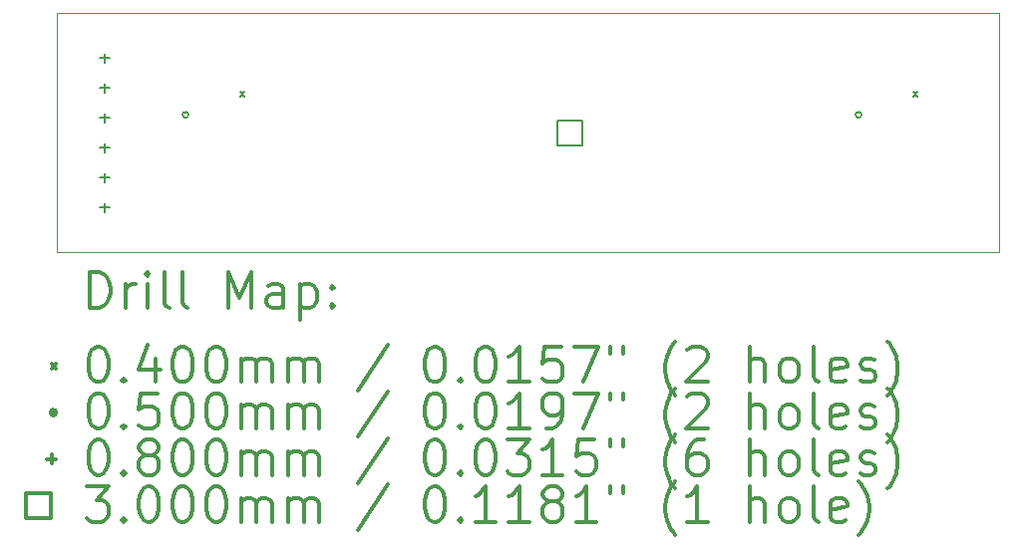
<source format=gbr>
%FSLAX45Y45*%
G04 Gerber Fmt 4.5, Leading zero omitted, Abs format (unit mm)*
G04 Created by KiCad (PCBNEW 5.1.10-88a1d61d58~88~ubuntu18.04.1) date 2021-09-30 10:17:41*
%MOMM*%
%LPD*%
G01*
G04 APERTURE LIST*
%TA.AperFunction,Profile*%
%ADD10C,0.100000*%
%TD*%
%ADD11C,0.200000*%
%ADD12C,0.300000*%
G04 APERTURE END LIST*
D10*
X10616200Y-5257800D02*
X10616200Y-7289800D01*
X2616200Y-5257800D02*
X10616200Y-5257800D01*
X2616200Y-7289800D02*
X2616200Y-5257800D01*
X10616200Y-7289800D02*
X2616200Y-7289800D01*
D11*
X4171000Y-5923600D02*
X4211000Y-5963600D01*
X4211000Y-5923600D02*
X4171000Y-5963600D01*
X9886000Y-5923600D02*
X9926000Y-5963600D01*
X9926000Y-5923600D02*
X9886000Y-5963600D01*
X3733400Y-6121400D02*
G75*
G03*
X3733400Y-6121400I-25000J0D01*
G01*
X9448400Y-6121400D02*
G75*
G03*
X9448400Y-6121400I-25000J0D01*
G01*
X3022600Y-5598800D02*
X3022600Y-5678800D01*
X2982600Y-5638800D02*
X3062600Y-5638800D01*
X3022600Y-5852800D02*
X3022600Y-5932800D01*
X2982600Y-5892800D02*
X3062600Y-5892800D01*
X3022600Y-6106800D02*
X3022600Y-6186800D01*
X2982600Y-6146800D02*
X3062600Y-6146800D01*
X3022600Y-6360800D02*
X3022600Y-6440800D01*
X2982600Y-6400800D02*
X3062600Y-6400800D01*
X3022600Y-6614800D02*
X3022600Y-6694800D01*
X2982600Y-6654800D02*
X3062600Y-6654800D01*
X3022600Y-6868800D02*
X3022600Y-6948800D01*
X2982600Y-6908800D02*
X3062600Y-6908800D01*
X7079367Y-6379867D02*
X7079367Y-6167733D01*
X6867233Y-6167733D01*
X6867233Y-6379867D01*
X7079367Y-6379867D01*
D12*
X2897628Y-7760514D02*
X2897628Y-7460514D01*
X2969057Y-7460514D01*
X3011914Y-7474800D01*
X3040486Y-7503371D01*
X3054771Y-7531943D01*
X3069057Y-7589086D01*
X3069057Y-7631943D01*
X3054771Y-7689086D01*
X3040486Y-7717657D01*
X3011914Y-7746229D01*
X2969057Y-7760514D01*
X2897628Y-7760514D01*
X3197628Y-7760514D02*
X3197628Y-7560514D01*
X3197628Y-7617657D02*
X3211914Y-7589086D01*
X3226200Y-7574800D01*
X3254771Y-7560514D01*
X3283343Y-7560514D01*
X3383343Y-7760514D02*
X3383343Y-7560514D01*
X3383343Y-7460514D02*
X3369057Y-7474800D01*
X3383343Y-7489086D01*
X3397628Y-7474800D01*
X3383343Y-7460514D01*
X3383343Y-7489086D01*
X3569057Y-7760514D02*
X3540486Y-7746229D01*
X3526200Y-7717657D01*
X3526200Y-7460514D01*
X3726200Y-7760514D02*
X3697628Y-7746229D01*
X3683343Y-7717657D01*
X3683343Y-7460514D01*
X4069057Y-7760514D02*
X4069057Y-7460514D01*
X4169057Y-7674800D01*
X4269057Y-7460514D01*
X4269057Y-7760514D01*
X4540486Y-7760514D02*
X4540486Y-7603371D01*
X4526200Y-7574800D01*
X4497628Y-7560514D01*
X4440486Y-7560514D01*
X4411914Y-7574800D01*
X4540486Y-7746229D02*
X4511914Y-7760514D01*
X4440486Y-7760514D01*
X4411914Y-7746229D01*
X4397628Y-7717657D01*
X4397628Y-7689086D01*
X4411914Y-7660514D01*
X4440486Y-7646229D01*
X4511914Y-7646229D01*
X4540486Y-7631943D01*
X4683343Y-7560514D02*
X4683343Y-7860514D01*
X4683343Y-7574800D02*
X4711914Y-7560514D01*
X4769057Y-7560514D01*
X4797628Y-7574800D01*
X4811914Y-7589086D01*
X4826200Y-7617657D01*
X4826200Y-7703371D01*
X4811914Y-7731943D01*
X4797628Y-7746229D01*
X4769057Y-7760514D01*
X4711914Y-7760514D01*
X4683343Y-7746229D01*
X4954771Y-7731943D02*
X4969057Y-7746229D01*
X4954771Y-7760514D01*
X4940486Y-7746229D01*
X4954771Y-7731943D01*
X4954771Y-7760514D01*
X4954771Y-7574800D02*
X4969057Y-7589086D01*
X4954771Y-7603371D01*
X4940486Y-7589086D01*
X4954771Y-7574800D01*
X4954771Y-7603371D01*
X2571200Y-8234800D02*
X2611200Y-8274800D01*
X2611200Y-8234800D02*
X2571200Y-8274800D01*
X2954771Y-8090514D02*
X2983343Y-8090514D01*
X3011914Y-8104800D01*
X3026200Y-8119086D01*
X3040486Y-8147657D01*
X3054771Y-8204800D01*
X3054771Y-8276229D01*
X3040486Y-8333371D01*
X3026200Y-8361943D01*
X3011914Y-8376229D01*
X2983343Y-8390514D01*
X2954771Y-8390514D01*
X2926200Y-8376229D01*
X2911914Y-8361943D01*
X2897628Y-8333371D01*
X2883343Y-8276229D01*
X2883343Y-8204800D01*
X2897628Y-8147657D01*
X2911914Y-8119086D01*
X2926200Y-8104800D01*
X2954771Y-8090514D01*
X3183343Y-8361943D02*
X3197628Y-8376229D01*
X3183343Y-8390514D01*
X3169057Y-8376229D01*
X3183343Y-8361943D01*
X3183343Y-8390514D01*
X3454771Y-8190514D02*
X3454771Y-8390514D01*
X3383343Y-8076229D02*
X3311914Y-8290514D01*
X3497628Y-8290514D01*
X3669057Y-8090514D02*
X3697628Y-8090514D01*
X3726200Y-8104800D01*
X3740486Y-8119086D01*
X3754771Y-8147657D01*
X3769057Y-8204800D01*
X3769057Y-8276229D01*
X3754771Y-8333371D01*
X3740486Y-8361943D01*
X3726200Y-8376229D01*
X3697628Y-8390514D01*
X3669057Y-8390514D01*
X3640486Y-8376229D01*
X3626200Y-8361943D01*
X3611914Y-8333371D01*
X3597628Y-8276229D01*
X3597628Y-8204800D01*
X3611914Y-8147657D01*
X3626200Y-8119086D01*
X3640486Y-8104800D01*
X3669057Y-8090514D01*
X3954771Y-8090514D02*
X3983343Y-8090514D01*
X4011914Y-8104800D01*
X4026200Y-8119086D01*
X4040486Y-8147657D01*
X4054771Y-8204800D01*
X4054771Y-8276229D01*
X4040486Y-8333371D01*
X4026200Y-8361943D01*
X4011914Y-8376229D01*
X3983343Y-8390514D01*
X3954771Y-8390514D01*
X3926200Y-8376229D01*
X3911914Y-8361943D01*
X3897628Y-8333371D01*
X3883343Y-8276229D01*
X3883343Y-8204800D01*
X3897628Y-8147657D01*
X3911914Y-8119086D01*
X3926200Y-8104800D01*
X3954771Y-8090514D01*
X4183343Y-8390514D02*
X4183343Y-8190514D01*
X4183343Y-8219086D02*
X4197628Y-8204800D01*
X4226200Y-8190514D01*
X4269057Y-8190514D01*
X4297628Y-8204800D01*
X4311914Y-8233371D01*
X4311914Y-8390514D01*
X4311914Y-8233371D02*
X4326200Y-8204800D01*
X4354771Y-8190514D01*
X4397628Y-8190514D01*
X4426200Y-8204800D01*
X4440486Y-8233371D01*
X4440486Y-8390514D01*
X4583343Y-8390514D02*
X4583343Y-8190514D01*
X4583343Y-8219086D02*
X4597628Y-8204800D01*
X4626200Y-8190514D01*
X4669057Y-8190514D01*
X4697628Y-8204800D01*
X4711914Y-8233371D01*
X4711914Y-8390514D01*
X4711914Y-8233371D02*
X4726200Y-8204800D01*
X4754771Y-8190514D01*
X4797628Y-8190514D01*
X4826200Y-8204800D01*
X4840486Y-8233371D01*
X4840486Y-8390514D01*
X5426200Y-8076229D02*
X5169057Y-8461943D01*
X5811914Y-8090514D02*
X5840486Y-8090514D01*
X5869057Y-8104800D01*
X5883343Y-8119086D01*
X5897628Y-8147657D01*
X5911914Y-8204800D01*
X5911914Y-8276229D01*
X5897628Y-8333371D01*
X5883343Y-8361943D01*
X5869057Y-8376229D01*
X5840486Y-8390514D01*
X5811914Y-8390514D01*
X5783343Y-8376229D01*
X5769057Y-8361943D01*
X5754771Y-8333371D01*
X5740486Y-8276229D01*
X5740486Y-8204800D01*
X5754771Y-8147657D01*
X5769057Y-8119086D01*
X5783343Y-8104800D01*
X5811914Y-8090514D01*
X6040486Y-8361943D02*
X6054771Y-8376229D01*
X6040486Y-8390514D01*
X6026200Y-8376229D01*
X6040486Y-8361943D01*
X6040486Y-8390514D01*
X6240486Y-8090514D02*
X6269057Y-8090514D01*
X6297628Y-8104800D01*
X6311914Y-8119086D01*
X6326200Y-8147657D01*
X6340486Y-8204800D01*
X6340486Y-8276229D01*
X6326200Y-8333371D01*
X6311914Y-8361943D01*
X6297628Y-8376229D01*
X6269057Y-8390514D01*
X6240486Y-8390514D01*
X6211914Y-8376229D01*
X6197628Y-8361943D01*
X6183343Y-8333371D01*
X6169057Y-8276229D01*
X6169057Y-8204800D01*
X6183343Y-8147657D01*
X6197628Y-8119086D01*
X6211914Y-8104800D01*
X6240486Y-8090514D01*
X6626200Y-8390514D02*
X6454771Y-8390514D01*
X6540486Y-8390514D02*
X6540486Y-8090514D01*
X6511914Y-8133371D01*
X6483343Y-8161943D01*
X6454771Y-8176229D01*
X6897628Y-8090514D02*
X6754771Y-8090514D01*
X6740486Y-8233371D01*
X6754771Y-8219086D01*
X6783343Y-8204800D01*
X6854771Y-8204800D01*
X6883343Y-8219086D01*
X6897628Y-8233371D01*
X6911914Y-8261943D01*
X6911914Y-8333371D01*
X6897628Y-8361943D01*
X6883343Y-8376229D01*
X6854771Y-8390514D01*
X6783343Y-8390514D01*
X6754771Y-8376229D01*
X6740486Y-8361943D01*
X7011914Y-8090514D02*
X7211914Y-8090514D01*
X7083343Y-8390514D01*
X7311914Y-8090514D02*
X7311914Y-8147657D01*
X7426200Y-8090514D02*
X7426200Y-8147657D01*
X7869057Y-8504800D02*
X7854771Y-8490514D01*
X7826200Y-8447657D01*
X7811914Y-8419086D01*
X7797628Y-8376229D01*
X7783343Y-8304800D01*
X7783343Y-8247657D01*
X7797628Y-8176229D01*
X7811914Y-8133371D01*
X7826200Y-8104800D01*
X7854771Y-8061943D01*
X7869057Y-8047657D01*
X7969057Y-8119086D02*
X7983343Y-8104800D01*
X8011914Y-8090514D01*
X8083343Y-8090514D01*
X8111914Y-8104800D01*
X8126200Y-8119086D01*
X8140486Y-8147657D01*
X8140486Y-8176229D01*
X8126200Y-8219086D01*
X7954771Y-8390514D01*
X8140486Y-8390514D01*
X8497628Y-8390514D02*
X8497628Y-8090514D01*
X8626200Y-8390514D02*
X8626200Y-8233371D01*
X8611914Y-8204800D01*
X8583343Y-8190514D01*
X8540486Y-8190514D01*
X8511914Y-8204800D01*
X8497628Y-8219086D01*
X8811914Y-8390514D02*
X8783343Y-8376229D01*
X8769057Y-8361943D01*
X8754771Y-8333371D01*
X8754771Y-8247657D01*
X8769057Y-8219086D01*
X8783343Y-8204800D01*
X8811914Y-8190514D01*
X8854771Y-8190514D01*
X8883343Y-8204800D01*
X8897628Y-8219086D01*
X8911914Y-8247657D01*
X8911914Y-8333371D01*
X8897628Y-8361943D01*
X8883343Y-8376229D01*
X8854771Y-8390514D01*
X8811914Y-8390514D01*
X9083343Y-8390514D02*
X9054771Y-8376229D01*
X9040486Y-8347657D01*
X9040486Y-8090514D01*
X9311914Y-8376229D02*
X9283343Y-8390514D01*
X9226200Y-8390514D01*
X9197628Y-8376229D01*
X9183343Y-8347657D01*
X9183343Y-8233371D01*
X9197628Y-8204800D01*
X9226200Y-8190514D01*
X9283343Y-8190514D01*
X9311914Y-8204800D01*
X9326200Y-8233371D01*
X9326200Y-8261943D01*
X9183343Y-8290514D01*
X9440486Y-8376229D02*
X9469057Y-8390514D01*
X9526200Y-8390514D01*
X9554771Y-8376229D01*
X9569057Y-8347657D01*
X9569057Y-8333371D01*
X9554771Y-8304800D01*
X9526200Y-8290514D01*
X9483343Y-8290514D01*
X9454771Y-8276229D01*
X9440486Y-8247657D01*
X9440486Y-8233371D01*
X9454771Y-8204800D01*
X9483343Y-8190514D01*
X9526200Y-8190514D01*
X9554771Y-8204800D01*
X9669057Y-8504800D02*
X9683343Y-8490514D01*
X9711914Y-8447657D01*
X9726200Y-8419086D01*
X9740486Y-8376229D01*
X9754771Y-8304800D01*
X9754771Y-8247657D01*
X9740486Y-8176229D01*
X9726200Y-8133371D01*
X9711914Y-8104800D01*
X9683343Y-8061943D01*
X9669057Y-8047657D01*
X2611200Y-8650800D02*
G75*
G03*
X2611200Y-8650800I-25000J0D01*
G01*
X2954771Y-8486514D02*
X2983343Y-8486514D01*
X3011914Y-8500800D01*
X3026200Y-8515086D01*
X3040486Y-8543657D01*
X3054771Y-8600800D01*
X3054771Y-8672229D01*
X3040486Y-8729372D01*
X3026200Y-8757943D01*
X3011914Y-8772229D01*
X2983343Y-8786514D01*
X2954771Y-8786514D01*
X2926200Y-8772229D01*
X2911914Y-8757943D01*
X2897628Y-8729372D01*
X2883343Y-8672229D01*
X2883343Y-8600800D01*
X2897628Y-8543657D01*
X2911914Y-8515086D01*
X2926200Y-8500800D01*
X2954771Y-8486514D01*
X3183343Y-8757943D02*
X3197628Y-8772229D01*
X3183343Y-8786514D01*
X3169057Y-8772229D01*
X3183343Y-8757943D01*
X3183343Y-8786514D01*
X3469057Y-8486514D02*
X3326200Y-8486514D01*
X3311914Y-8629372D01*
X3326200Y-8615086D01*
X3354771Y-8600800D01*
X3426200Y-8600800D01*
X3454771Y-8615086D01*
X3469057Y-8629372D01*
X3483343Y-8657943D01*
X3483343Y-8729372D01*
X3469057Y-8757943D01*
X3454771Y-8772229D01*
X3426200Y-8786514D01*
X3354771Y-8786514D01*
X3326200Y-8772229D01*
X3311914Y-8757943D01*
X3669057Y-8486514D02*
X3697628Y-8486514D01*
X3726200Y-8500800D01*
X3740486Y-8515086D01*
X3754771Y-8543657D01*
X3769057Y-8600800D01*
X3769057Y-8672229D01*
X3754771Y-8729372D01*
X3740486Y-8757943D01*
X3726200Y-8772229D01*
X3697628Y-8786514D01*
X3669057Y-8786514D01*
X3640486Y-8772229D01*
X3626200Y-8757943D01*
X3611914Y-8729372D01*
X3597628Y-8672229D01*
X3597628Y-8600800D01*
X3611914Y-8543657D01*
X3626200Y-8515086D01*
X3640486Y-8500800D01*
X3669057Y-8486514D01*
X3954771Y-8486514D02*
X3983343Y-8486514D01*
X4011914Y-8500800D01*
X4026200Y-8515086D01*
X4040486Y-8543657D01*
X4054771Y-8600800D01*
X4054771Y-8672229D01*
X4040486Y-8729372D01*
X4026200Y-8757943D01*
X4011914Y-8772229D01*
X3983343Y-8786514D01*
X3954771Y-8786514D01*
X3926200Y-8772229D01*
X3911914Y-8757943D01*
X3897628Y-8729372D01*
X3883343Y-8672229D01*
X3883343Y-8600800D01*
X3897628Y-8543657D01*
X3911914Y-8515086D01*
X3926200Y-8500800D01*
X3954771Y-8486514D01*
X4183343Y-8786514D02*
X4183343Y-8586514D01*
X4183343Y-8615086D02*
X4197628Y-8600800D01*
X4226200Y-8586514D01*
X4269057Y-8586514D01*
X4297628Y-8600800D01*
X4311914Y-8629372D01*
X4311914Y-8786514D01*
X4311914Y-8629372D02*
X4326200Y-8600800D01*
X4354771Y-8586514D01*
X4397628Y-8586514D01*
X4426200Y-8600800D01*
X4440486Y-8629372D01*
X4440486Y-8786514D01*
X4583343Y-8786514D02*
X4583343Y-8586514D01*
X4583343Y-8615086D02*
X4597628Y-8600800D01*
X4626200Y-8586514D01*
X4669057Y-8586514D01*
X4697628Y-8600800D01*
X4711914Y-8629372D01*
X4711914Y-8786514D01*
X4711914Y-8629372D02*
X4726200Y-8600800D01*
X4754771Y-8586514D01*
X4797628Y-8586514D01*
X4826200Y-8600800D01*
X4840486Y-8629372D01*
X4840486Y-8786514D01*
X5426200Y-8472229D02*
X5169057Y-8857943D01*
X5811914Y-8486514D02*
X5840486Y-8486514D01*
X5869057Y-8500800D01*
X5883343Y-8515086D01*
X5897628Y-8543657D01*
X5911914Y-8600800D01*
X5911914Y-8672229D01*
X5897628Y-8729372D01*
X5883343Y-8757943D01*
X5869057Y-8772229D01*
X5840486Y-8786514D01*
X5811914Y-8786514D01*
X5783343Y-8772229D01*
X5769057Y-8757943D01*
X5754771Y-8729372D01*
X5740486Y-8672229D01*
X5740486Y-8600800D01*
X5754771Y-8543657D01*
X5769057Y-8515086D01*
X5783343Y-8500800D01*
X5811914Y-8486514D01*
X6040486Y-8757943D02*
X6054771Y-8772229D01*
X6040486Y-8786514D01*
X6026200Y-8772229D01*
X6040486Y-8757943D01*
X6040486Y-8786514D01*
X6240486Y-8486514D02*
X6269057Y-8486514D01*
X6297628Y-8500800D01*
X6311914Y-8515086D01*
X6326200Y-8543657D01*
X6340486Y-8600800D01*
X6340486Y-8672229D01*
X6326200Y-8729372D01*
X6311914Y-8757943D01*
X6297628Y-8772229D01*
X6269057Y-8786514D01*
X6240486Y-8786514D01*
X6211914Y-8772229D01*
X6197628Y-8757943D01*
X6183343Y-8729372D01*
X6169057Y-8672229D01*
X6169057Y-8600800D01*
X6183343Y-8543657D01*
X6197628Y-8515086D01*
X6211914Y-8500800D01*
X6240486Y-8486514D01*
X6626200Y-8786514D02*
X6454771Y-8786514D01*
X6540486Y-8786514D02*
X6540486Y-8486514D01*
X6511914Y-8529372D01*
X6483343Y-8557943D01*
X6454771Y-8572229D01*
X6769057Y-8786514D02*
X6826200Y-8786514D01*
X6854771Y-8772229D01*
X6869057Y-8757943D01*
X6897628Y-8715086D01*
X6911914Y-8657943D01*
X6911914Y-8543657D01*
X6897628Y-8515086D01*
X6883343Y-8500800D01*
X6854771Y-8486514D01*
X6797628Y-8486514D01*
X6769057Y-8500800D01*
X6754771Y-8515086D01*
X6740486Y-8543657D01*
X6740486Y-8615086D01*
X6754771Y-8643657D01*
X6769057Y-8657943D01*
X6797628Y-8672229D01*
X6854771Y-8672229D01*
X6883343Y-8657943D01*
X6897628Y-8643657D01*
X6911914Y-8615086D01*
X7011914Y-8486514D02*
X7211914Y-8486514D01*
X7083343Y-8786514D01*
X7311914Y-8486514D02*
X7311914Y-8543657D01*
X7426200Y-8486514D02*
X7426200Y-8543657D01*
X7869057Y-8900800D02*
X7854771Y-8886514D01*
X7826200Y-8843657D01*
X7811914Y-8815086D01*
X7797628Y-8772229D01*
X7783343Y-8700800D01*
X7783343Y-8643657D01*
X7797628Y-8572229D01*
X7811914Y-8529372D01*
X7826200Y-8500800D01*
X7854771Y-8457943D01*
X7869057Y-8443657D01*
X7969057Y-8515086D02*
X7983343Y-8500800D01*
X8011914Y-8486514D01*
X8083343Y-8486514D01*
X8111914Y-8500800D01*
X8126200Y-8515086D01*
X8140486Y-8543657D01*
X8140486Y-8572229D01*
X8126200Y-8615086D01*
X7954771Y-8786514D01*
X8140486Y-8786514D01*
X8497628Y-8786514D02*
X8497628Y-8486514D01*
X8626200Y-8786514D02*
X8626200Y-8629372D01*
X8611914Y-8600800D01*
X8583343Y-8586514D01*
X8540486Y-8586514D01*
X8511914Y-8600800D01*
X8497628Y-8615086D01*
X8811914Y-8786514D02*
X8783343Y-8772229D01*
X8769057Y-8757943D01*
X8754771Y-8729372D01*
X8754771Y-8643657D01*
X8769057Y-8615086D01*
X8783343Y-8600800D01*
X8811914Y-8586514D01*
X8854771Y-8586514D01*
X8883343Y-8600800D01*
X8897628Y-8615086D01*
X8911914Y-8643657D01*
X8911914Y-8729372D01*
X8897628Y-8757943D01*
X8883343Y-8772229D01*
X8854771Y-8786514D01*
X8811914Y-8786514D01*
X9083343Y-8786514D02*
X9054771Y-8772229D01*
X9040486Y-8743657D01*
X9040486Y-8486514D01*
X9311914Y-8772229D02*
X9283343Y-8786514D01*
X9226200Y-8786514D01*
X9197628Y-8772229D01*
X9183343Y-8743657D01*
X9183343Y-8629372D01*
X9197628Y-8600800D01*
X9226200Y-8586514D01*
X9283343Y-8586514D01*
X9311914Y-8600800D01*
X9326200Y-8629372D01*
X9326200Y-8657943D01*
X9183343Y-8686514D01*
X9440486Y-8772229D02*
X9469057Y-8786514D01*
X9526200Y-8786514D01*
X9554771Y-8772229D01*
X9569057Y-8743657D01*
X9569057Y-8729372D01*
X9554771Y-8700800D01*
X9526200Y-8686514D01*
X9483343Y-8686514D01*
X9454771Y-8672229D01*
X9440486Y-8643657D01*
X9440486Y-8629372D01*
X9454771Y-8600800D01*
X9483343Y-8586514D01*
X9526200Y-8586514D01*
X9554771Y-8600800D01*
X9669057Y-8900800D02*
X9683343Y-8886514D01*
X9711914Y-8843657D01*
X9726200Y-8815086D01*
X9740486Y-8772229D01*
X9754771Y-8700800D01*
X9754771Y-8643657D01*
X9740486Y-8572229D01*
X9726200Y-8529372D01*
X9711914Y-8500800D01*
X9683343Y-8457943D01*
X9669057Y-8443657D01*
X2571200Y-9006800D02*
X2571200Y-9086800D01*
X2531200Y-9046800D02*
X2611200Y-9046800D01*
X2954771Y-8882514D02*
X2983343Y-8882514D01*
X3011914Y-8896800D01*
X3026200Y-8911086D01*
X3040486Y-8939657D01*
X3054771Y-8996800D01*
X3054771Y-9068229D01*
X3040486Y-9125372D01*
X3026200Y-9153943D01*
X3011914Y-9168229D01*
X2983343Y-9182514D01*
X2954771Y-9182514D01*
X2926200Y-9168229D01*
X2911914Y-9153943D01*
X2897628Y-9125372D01*
X2883343Y-9068229D01*
X2883343Y-8996800D01*
X2897628Y-8939657D01*
X2911914Y-8911086D01*
X2926200Y-8896800D01*
X2954771Y-8882514D01*
X3183343Y-9153943D02*
X3197628Y-9168229D01*
X3183343Y-9182514D01*
X3169057Y-9168229D01*
X3183343Y-9153943D01*
X3183343Y-9182514D01*
X3369057Y-9011086D02*
X3340486Y-8996800D01*
X3326200Y-8982514D01*
X3311914Y-8953943D01*
X3311914Y-8939657D01*
X3326200Y-8911086D01*
X3340486Y-8896800D01*
X3369057Y-8882514D01*
X3426200Y-8882514D01*
X3454771Y-8896800D01*
X3469057Y-8911086D01*
X3483343Y-8939657D01*
X3483343Y-8953943D01*
X3469057Y-8982514D01*
X3454771Y-8996800D01*
X3426200Y-9011086D01*
X3369057Y-9011086D01*
X3340486Y-9025372D01*
X3326200Y-9039657D01*
X3311914Y-9068229D01*
X3311914Y-9125372D01*
X3326200Y-9153943D01*
X3340486Y-9168229D01*
X3369057Y-9182514D01*
X3426200Y-9182514D01*
X3454771Y-9168229D01*
X3469057Y-9153943D01*
X3483343Y-9125372D01*
X3483343Y-9068229D01*
X3469057Y-9039657D01*
X3454771Y-9025372D01*
X3426200Y-9011086D01*
X3669057Y-8882514D02*
X3697628Y-8882514D01*
X3726200Y-8896800D01*
X3740486Y-8911086D01*
X3754771Y-8939657D01*
X3769057Y-8996800D01*
X3769057Y-9068229D01*
X3754771Y-9125372D01*
X3740486Y-9153943D01*
X3726200Y-9168229D01*
X3697628Y-9182514D01*
X3669057Y-9182514D01*
X3640486Y-9168229D01*
X3626200Y-9153943D01*
X3611914Y-9125372D01*
X3597628Y-9068229D01*
X3597628Y-8996800D01*
X3611914Y-8939657D01*
X3626200Y-8911086D01*
X3640486Y-8896800D01*
X3669057Y-8882514D01*
X3954771Y-8882514D02*
X3983343Y-8882514D01*
X4011914Y-8896800D01*
X4026200Y-8911086D01*
X4040486Y-8939657D01*
X4054771Y-8996800D01*
X4054771Y-9068229D01*
X4040486Y-9125372D01*
X4026200Y-9153943D01*
X4011914Y-9168229D01*
X3983343Y-9182514D01*
X3954771Y-9182514D01*
X3926200Y-9168229D01*
X3911914Y-9153943D01*
X3897628Y-9125372D01*
X3883343Y-9068229D01*
X3883343Y-8996800D01*
X3897628Y-8939657D01*
X3911914Y-8911086D01*
X3926200Y-8896800D01*
X3954771Y-8882514D01*
X4183343Y-9182514D02*
X4183343Y-8982514D01*
X4183343Y-9011086D02*
X4197628Y-8996800D01*
X4226200Y-8982514D01*
X4269057Y-8982514D01*
X4297628Y-8996800D01*
X4311914Y-9025372D01*
X4311914Y-9182514D01*
X4311914Y-9025372D02*
X4326200Y-8996800D01*
X4354771Y-8982514D01*
X4397628Y-8982514D01*
X4426200Y-8996800D01*
X4440486Y-9025372D01*
X4440486Y-9182514D01*
X4583343Y-9182514D02*
X4583343Y-8982514D01*
X4583343Y-9011086D02*
X4597628Y-8996800D01*
X4626200Y-8982514D01*
X4669057Y-8982514D01*
X4697628Y-8996800D01*
X4711914Y-9025372D01*
X4711914Y-9182514D01*
X4711914Y-9025372D02*
X4726200Y-8996800D01*
X4754771Y-8982514D01*
X4797628Y-8982514D01*
X4826200Y-8996800D01*
X4840486Y-9025372D01*
X4840486Y-9182514D01*
X5426200Y-8868229D02*
X5169057Y-9253943D01*
X5811914Y-8882514D02*
X5840486Y-8882514D01*
X5869057Y-8896800D01*
X5883343Y-8911086D01*
X5897628Y-8939657D01*
X5911914Y-8996800D01*
X5911914Y-9068229D01*
X5897628Y-9125372D01*
X5883343Y-9153943D01*
X5869057Y-9168229D01*
X5840486Y-9182514D01*
X5811914Y-9182514D01*
X5783343Y-9168229D01*
X5769057Y-9153943D01*
X5754771Y-9125372D01*
X5740486Y-9068229D01*
X5740486Y-8996800D01*
X5754771Y-8939657D01*
X5769057Y-8911086D01*
X5783343Y-8896800D01*
X5811914Y-8882514D01*
X6040486Y-9153943D02*
X6054771Y-9168229D01*
X6040486Y-9182514D01*
X6026200Y-9168229D01*
X6040486Y-9153943D01*
X6040486Y-9182514D01*
X6240486Y-8882514D02*
X6269057Y-8882514D01*
X6297628Y-8896800D01*
X6311914Y-8911086D01*
X6326200Y-8939657D01*
X6340486Y-8996800D01*
X6340486Y-9068229D01*
X6326200Y-9125372D01*
X6311914Y-9153943D01*
X6297628Y-9168229D01*
X6269057Y-9182514D01*
X6240486Y-9182514D01*
X6211914Y-9168229D01*
X6197628Y-9153943D01*
X6183343Y-9125372D01*
X6169057Y-9068229D01*
X6169057Y-8996800D01*
X6183343Y-8939657D01*
X6197628Y-8911086D01*
X6211914Y-8896800D01*
X6240486Y-8882514D01*
X6440486Y-8882514D02*
X6626200Y-8882514D01*
X6526200Y-8996800D01*
X6569057Y-8996800D01*
X6597628Y-9011086D01*
X6611914Y-9025372D01*
X6626200Y-9053943D01*
X6626200Y-9125372D01*
X6611914Y-9153943D01*
X6597628Y-9168229D01*
X6569057Y-9182514D01*
X6483343Y-9182514D01*
X6454771Y-9168229D01*
X6440486Y-9153943D01*
X6911914Y-9182514D02*
X6740486Y-9182514D01*
X6826200Y-9182514D02*
X6826200Y-8882514D01*
X6797628Y-8925372D01*
X6769057Y-8953943D01*
X6740486Y-8968229D01*
X7183343Y-8882514D02*
X7040486Y-8882514D01*
X7026200Y-9025372D01*
X7040486Y-9011086D01*
X7069057Y-8996800D01*
X7140486Y-8996800D01*
X7169057Y-9011086D01*
X7183343Y-9025372D01*
X7197628Y-9053943D01*
X7197628Y-9125372D01*
X7183343Y-9153943D01*
X7169057Y-9168229D01*
X7140486Y-9182514D01*
X7069057Y-9182514D01*
X7040486Y-9168229D01*
X7026200Y-9153943D01*
X7311914Y-8882514D02*
X7311914Y-8939657D01*
X7426200Y-8882514D02*
X7426200Y-8939657D01*
X7869057Y-9296800D02*
X7854771Y-9282514D01*
X7826200Y-9239657D01*
X7811914Y-9211086D01*
X7797628Y-9168229D01*
X7783343Y-9096800D01*
X7783343Y-9039657D01*
X7797628Y-8968229D01*
X7811914Y-8925372D01*
X7826200Y-8896800D01*
X7854771Y-8853943D01*
X7869057Y-8839657D01*
X8111914Y-8882514D02*
X8054771Y-8882514D01*
X8026200Y-8896800D01*
X8011914Y-8911086D01*
X7983343Y-8953943D01*
X7969057Y-9011086D01*
X7969057Y-9125372D01*
X7983343Y-9153943D01*
X7997628Y-9168229D01*
X8026200Y-9182514D01*
X8083343Y-9182514D01*
X8111914Y-9168229D01*
X8126200Y-9153943D01*
X8140486Y-9125372D01*
X8140486Y-9053943D01*
X8126200Y-9025372D01*
X8111914Y-9011086D01*
X8083343Y-8996800D01*
X8026200Y-8996800D01*
X7997628Y-9011086D01*
X7983343Y-9025372D01*
X7969057Y-9053943D01*
X8497628Y-9182514D02*
X8497628Y-8882514D01*
X8626200Y-9182514D02*
X8626200Y-9025372D01*
X8611914Y-8996800D01*
X8583343Y-8982514D01*
X8540486Y-8982514D01*
X8511914Y-8996800D01*
X8497628Y-9011086D01*
X8811914Y-9182514D02*
X8783343Y-9168229D01*
X8769057Y-9153943D01*
X8754771Y-9125372D01*
X8754771Y-9039657D01*
X8769057Y-9011086D01*
X8783343Y-8996800D01*
X8811914Y-8982514D01*
X8854771Y-8982514D01*
X8883343Y-8996800D01*
X8897628Y-9011086D01*
X8911914Y-9039657D01*
X8911914Y-9125372D01*
X8897628Y-9153943D01*
X8883343Y-9168229D01*
X8854771Y-9182514D01*
X8811914Y-9182514D01*
X9083343Y-9182514D02*
X9054771Y-9168229D01*
X9040486Y-9139657D01*
X9040486Y-8882514D01*
X9311914Y-9168229D02*
X9283343Y-9182514D01*
X9226200Y-9182514D01*
X9197628Y-9168229D01*
X9183343Y-9139657D01*
X9183343Y-9025372D01*
X9197628Y-8996800D01*
X9226200Y-8982514D01*
X9283343Y-8982514D01*
X9311914Y-8996800D01*
X9326200Y-9025372D01*
X9326200Y-9053943D01*
X9183343Y-9082514D01*
X9440486Y-9168229D02*
X9469057Y-9182514D01*
X9526200Y-9182514D01*
X9554771Y-9168229D01*
X9569057Y-9139657D01*
X9569057Y-9125372D01*
X9554771Y-9096800D01*
X9526200Y-9082514D01*
X9483343Y-9082514D01*
X9454771Y-9068229D01*
X9440486Y-9039657D01*
X9440486Y-9025372D01*
X9454771Y-8996800D01*
X9483343Y-8982514D01*
X9526200Y-8982514D01*
X9554771Y-8996800D01*
X9669057Y-9296800D02*
X9683343Y-9282514D01*
X9711914Y-9239657D01*
X9726200Y-9211086D01*
X9740486Y-9168229D01*
X9754771Y-9096800D01*
X9754771Y-9039657D01*
X9740486Y-8968229D01*
X9726200Y-8925372D01*
X9711914Y-8896800D01*
X9683343Y-8853943D01*
X9669057Y-8839657D01*
X2567267Y-9548867D02*
X2567267Y-9336733D01*
X2355133Y-9336733D01*
X2355133Y-9548867D01*
X2567267Y-9548867D01*
X2869057Y-9278514D02*
X3054771Y-9278514D01*
X2954771Y-9392800D01*
X2997628Y-9392800D01*
X3026200Y-9407086D01*
X3040486Y-9421372D01*
X3054771Y-9449943D01*
X3054771Y-9521372D01*
X3040486Y-9549943D01*
X3026200Y-9564229D01*
X2997628Y-9578514D01*
X2911914Y-9578514D01*
X2883343Y-9564229D01*
X2869057Y-9549943D01*
X3183343Y-9549943D02*
X3197628Y-9564229D01*
X3183343Y-9578514D01*
X3169057Y-9564229D01*
X3183343Y-9549943D01*
X3183343Y-9578514D01*
X3383343Y-9278514D02*
X3411914Y-9278514D01*
X3440486Y-9292800D01*
X3454771Y-9307086D01*
X3469057Y-9335657D01*
X3483343Y-9392800D01*
X3483343Y-9464229D01*
X3469057Y-9521372D01*
X3454771Y-9549943D01*
X3440486Y-9564229D01*
X3411914Y-9578514D01*
X3383343Y-9578514D01*
X3354771Y-9564229D01*
X3340486Y-9549943D01*
X3326200Y-9521372D01*
X3311914Y-9464229D01*
X3311914Y-9392800D01*
X3326200Y-9335657D01*
X3340486Y-9307086D01*
X3354771Y-9292800D01*
X3383343Y-9278514D01*
X3669057Y-9278514D02*
X3697628Y-9278514D01*
X3726200Y-9292800D01*
X3740486Y-9307086D01*
X3754771Y-9335657D01*
X3769057Y-9392800D01*
X3769057Y-9464229D01*
X3754771Y-9521372D01*
X3740486Y-9549943D01*
X3726200Y-9564229D01*
X3697628Y-9578514D01*
X3669057Y-9578514D01*
X3640486Y-9564229D01*
X3626200Y-9549943D01*
X3611914Y-9521372D01*
X3597628Y-9464229D01*
X3597628Y-9392800D01*
X3611914Y-9335657D01*
X3626200Y-9307086D01*
X3640486Y-9292800D01*
X3669057Y-9278514D01*
X3954771Y-9278514D02*
X3983343Y-9278514D01*
X4011914Y-9292800D01*
X4026200Y-9307086D01*
X4040486Y-9335657D01*
X4054771Y-9392800D01*
X4054771Y-9464229D01*
X4040486Y-9521372D01*
X4026200Y-9549943D01*
X4011914Y-9564229D01*
X3983343Y-9578514D01*
X3954771Y-9578514D01*
X3926200Y-9564229D01*
X3911914Y-9549943D01*
X3897628Y-9521372D01*
X3883343Y-9464229D01*
X3883343Y-9392800D01*
X3897628Y-9335657D01*
X3911914Y-9307086D01*
X3926200Y-9292800D01*
X3954771Y-9278514D01*
X4183343Y-9578514D02*
X4183343Y-9378514D01*
X4183343Y-9407086D02*
X4197628Y-9392800D01*
X4226200Y-9378514D01*
X4269057Y-9378514D01*
X4297628Y-9392800D01*
X4311914Y-9421372D01*
X4311914Y-9578514D01*
X4311914Y-9421372D02*
X4326200Y-9392800D01*
X4354771Y-9378514D01*
X4397628Y-9378514D01*
X4426200Y-9392800D01*
X4440486Y-9421372D01*
X4440486Y-9578514D01*
X4583343Y-9578514D02*
X4583343Y-9378514D01*
X4583343Y-9407086D02*
X4597628Y-9392800D01*
X4626200Y-9378514D01*
X4669057Y-9378514D01*
X4697628Y-9392800D01*
X4711914Y-9421372D01*
X4711914Y-9578514D01*
X4711914Y-9421372D02*
X4726200Y-9392800D01*
X4754771Y-9378514D01*
X4797628Y-9378514D01*
X4826200Y-9392800D01*
X4840486Y-9421372D01*
X4840486Y-9578514D01*
X5426200Y-9264229D02*
X5169057Y-9649943D01*
X5811914Y-9278514D02*
X5840486Y-9278514D01*
X5869057Y-9292800D01*
X5883343Y-9307086D01*
X5897628Y-9335657D01*
X5911914Y-9392800D01*
X5911914Y-9464229D01*
X5897628Y-9521372D01*
X5883343Y-9549943D01*
X5869057Y-9564229D01*
X5840486Y-9578514D01*
X5811914Y-9578514D01*
X5783343Y-9564229D01*
X5769057Y-9549943D01*
X5754771Y-9521372D01*
X5740486Y-9464229D01*
X5740486Y-9392800D01*
X5754771Y-9335657D01*
X5769057Y-9307086D01*
X5783343Y-9292800D01*
X5811914Y-9278514D01*
X6040486Y-9549943D02*
X6054771Y-9564229D01*
X6040486Y-9578514D01*
X6026200Y-9564229D01*
X6040486Y-9549943D01*
X6040486Y-9578514D01*
X6340486Y-9578514D02*
X6169057Y-9578514D01*
X6254771Y-9578514D02*
X6254771Y-9278514D01*
X6226200Y-9321372D01*
X6197628Y-9349943D01*
X6169057Y-9364229D01*
X6626200Y-9578514D02*
X6454771Y-9578514D01*
X6540486Y-9578514D02*
X6540486Y-9278514D01*
X6511914Y-9321372D01*
X6483343Y-9349943D01*
X6454771Y-9364229D01*
X6797628Y-9407086D02*
X6769057Y-9392800D01*
X6754771Y-9378514D01*
X6740486Y-9349943D01*
X6740486Y-9335657D01*
X6754771Y-9307086D01*
X6769057Y-9292800D01*
X6797628Y-9278514D01*
X6854771Y-9278514D01*
X6883343Y-9292800D01*
X6897628Y-9307086D01*
X6911914Y-9335657D01*
X6911914Y-9349943D01*
X6897628Y-9378514D01*
X6883343Y-9392800D01*
X6854771Y-9407086D01*
X6797628Y-9407086D01*
X6769057Y-9421372D01*
X6754771Y-9435657D01*
X6740486Y-9464229D01*
X6740486Y-9521372D01*
X6754771Y-9549943D01*
X6769057Y-9564229D01*
X6797628Y-9578514D01*
X6854771Y-9578514D01*
X6883343Y-9564229D01*
X6897628Y-9549943D01*
X6911914Y-9521372D01*
X6911914Y-9464229D01*
X6897628Y-9435657D01*
X6883343Y-9421372D01*
X6854771Y-9407086D01*
X7197628Y-9578514D02*
X7026200Y-9578514D01*
X7111914Y-9578514D02*
X7111914Y-9278514D01*
X7083343Y-9321372D01*
X7054771Y-9349943D01*
X7026200Y-9364229D01*
X7311914Y-9278514D02*
X7311914Y-9335657D01*
X7426200Y-9278514D02*
X7426200Y-9335657D01*
X7869057Y-9692800D02*
X7854771Y-9678514D01*
X7826200Y-9635657D01*
X7811914Y-9607086D01*
X7797628Y-9564229D01*
X7783343Y-9492800D01*
X7783343Y-9435657D01*
X7797628Y-9364229D01*
X7811914Y-9321372D01*
X7826200Y-9292800D01*
X7854771Y-9249943D01*
X7869057Y-9235657D01*
X8140486Y-9578514D02*
X7969057Y-9578514D01*
X8054771Y-9578514D02*
X8054771Y-9278514D01*
X8026200Y-9321372D01*
X7997628Y-9349943D01*
X7969057Y-9364229D01*
X8497628Y-9578514D02*
X8497628Y-9278514D01*
X8626200Y-9578514D02*
X8626200Y-9421372D01*
X8611914Y-9392800D01*
X8583343Y-9378514D01*
X8540486Y-9378514D01*
X8511914Y-9392800D01*
X8497628Y-9407086D01*
X8811914Y-9578514D02*
X8783343Y-9564229D01*
X8769057Y-9549943D01*
X8754771Y-9521372D01*
X8754771Y-9435657D01*
X8769057Y-9407086D01*
X8783343Y-9392800D01*
X8811914Y-9378514D01*
X8854771Y-9378514D01*
X8883343Y-9392800D01*
X8897628Y-9407086D01*
X8911914Y-9435657D01*
X8911914Y-9521372D01*
X8897628Y-9549943D01*
X8883343Y-9564229D01*
X8854771Y-9578514D01*
X8811914Y-9578514D01*
X9083343Y-9578514D02*
X9054771Y-9564229D01*
X9040486Y-9535657D01*
X9040486Y-9278514D01*
X9311914Y-9564229D02*
X9283343Y-9578514D01*
X9226200Y-9578514D01*
X9197628Y-9564229D01*
X9183343Y-9535657D01*
X9183343Y-9421372D01*
X9197628Y-9392800D01*
X9226200Y-9378514D01*
X9283343Y-9378514D01*
X9311914Y-9392800D01*
X9326200Y-9421372D01*
X9326200Y-9449943D01*
X9183343Y-9478514D01*
X9426200Y-9692800D02*
X9440486Y-9678514D01*
X9469057Y-9635657D01*
X9483343Y-9607086D01*
X9497628Y-9564229D01*
X9511914Y-9492800D01*
X9511914Y-9435657D01*
X9497628Y-9364229D01*
X9483343Y-9321372D01*
X9469057Y-9292800D01*
X9440486Y-9249943D01*
X9426200Y-9235657D01*
M02*

</source>
